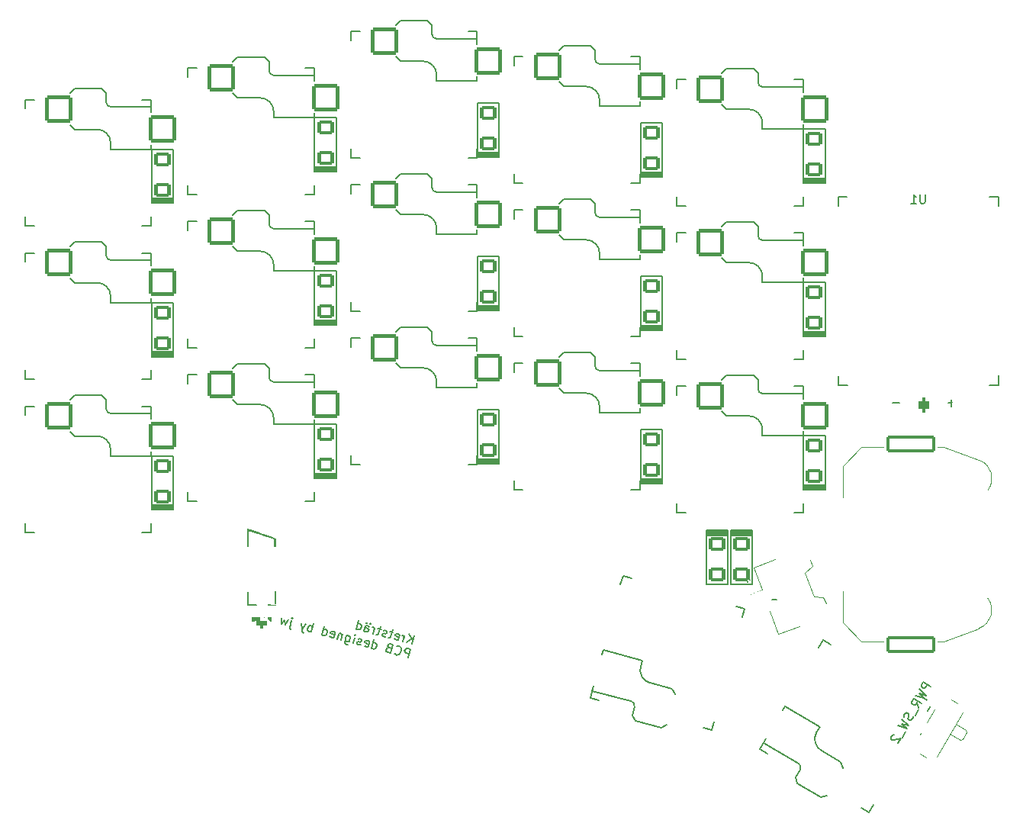
<source format=gbo>
G04 #@! TF.GenerationSoftware,KiCad,Pcbnew,(6.0.6-0)*
G04 #@! TF.CreationDate,2022-09-17T12:29:46+08:00*
G04 #@! TF.ProjectId,Kretstr_d,4b726574-7374-472e-9464-2e6b69636164,rev?*
G04 #@! TF.SameCoordinates,Original*
G04 #@! TF.FileFunction,Legend,Bot*
G04 #@! TF.FilePolarity,Positive*
%FSLAX46Y46*%
G04 Gerber Fmt 4.6, Leading zero omitted, Abs format (unit mm)*
G04 Created by KiCad (PCBNEW (6.0.6-0)) date 2022-09-17 12:29:46*
%MOMM*%
%LPD*%
G01*
G04 APERTURE LIST*
G04 Aperture macros list*
%AMRoundRect*
0 Rectangle with rounded corners*
0 $1 Rounding radius*
0 $2 $3 $4 $5 $6 $7 $8 $9 X,Y pos of 4 corners*
0 Add a 4 corners polygon primitive as box body*
4,1,4,$2,$3,$4,$5,$6,$7,$8,$9,$2,$3,0*
0 Add four circle primitives for the rounded corners*
1,1,$1+$1,$2,$3*
1,1,$1+$1,$4,$5*
1,1,$1+$1,$6,$7*
1,1,$1+$1,$8,$9*
0 Add four rect primitives between the rounded corners*
20,1,$1+$1,$2,$3,$4,$5,0*
20,1,$1+$1,$4,$5,$6,$7,0*
20,1,$1+$1,$6,$7,$8,$9,0*
20,1,$1+$1,$8,$9,$2,$3,0*%
%AMFreePoly0*
4,1,22,0.686777,0.580194,0.756366,0.524698,0.794986,0.444504,0.800000,0.400000,0.800000,0.200000,0.780194,0.113223,0.741421,0.058579,0.141421,-0.541421,0.066056,-0.588777,-0.022393,-0.598742,-0.106406,-0.569345,-0.141421,-0.541421,-0.741421,0.058579,-0.788777,0.133944,-0.800000,0.200000,-0.800000,0.400000,-0.780194,0.486777,-0.724698,0.556366,-0.644504,0.594986,-0.600000,0.600000,
0.600000,0.600000,0.686777,0.580194,0.686777,0.580194,$1*%
%AMFreePoly1*
4,1,26,0.706406,1.169345,0.769345,1.106406,0.798742,1.022393,0.800000,1.000000,0.800000,-0.250000,0.780194,-0.336777,0.724698,-0.406366,0.644504,-0.444986,0.600000,-0.450000,-0.600000,-0.450000,-0.686777,-0.430194,-0.756366,-0.374698,-0.794986,-0.294504,-0.800000,-0.250000,-0.800000,1.000000,-0.780194,1.086777,-0.724698,1.156366,-0.644504,1.194986,-0.555496,1.194986,-0.475302,1.156366,
-0.458579,1.141421,0.000000,0.682842,0.458579,1.141421,0.533944,1.188777,0.622393,1.198742,0.706406,1.169345,0.706406,1.169345,$1*%
%AMFreePoly2*
4,1,41,0.586777,0.930194,0.656366,0.874698,0.694986,0.794504,0.700000,0.750000,0.700000,-0.750000,0.680194,-0.836777,0.624698,-0.906366,0.544504,-0.944986,0.500000,-0.950000,0.000000,-0.950000,-0.023504,-0.944635,-0.083606,-0.943534,-0.139582,-0.934468,-0.274897,-0.892193,-0.326080,-0.867780,-0.444090,-0.789225,-0.486362,-0.751429,-0.577582,-0.642910,-0.607548,-0.594768,-0.664643,-0.465009,
-0.679893,-0.410393,-0.697476,-0.275933,-0.697084,-0.275882,-0.700000,-0.250000,-0.700000,0.250000,-0.697921,0.259109,-0.697582,0.286880,-0.675771,0.426957,-0.659192,0.481183,-0.598944,0.609508,-0.567811,0.656904,-0.473967,0.763162,-0.430783,0.799915,-0.310888,0.875563,-0.259125,0.898717,-0.122818,0.937674,-0.066635,0.945370,-0.042411,0.945222,0.000000,0.950000,0.500000,0.950000,
0.586777,0.930194,0.586777,0.930194,$1*%
%AMFreePoly3*
4,1,41,0.022678,0.944824,0.075125,0.944504,0.131210,0.936123,0.267031,0.895504,0.318507,0.871718,0.437469,0.794611,0.480202,0.757333,0.572740,0.649936,0.603290,0.602165,0.661967,0.473113,0.677883,0.418686,0.697980,0.278353,0.700000,0.250000,0.700000,-0.250000,0.699985,-0.252439,0.699836,-0.264655,0.697079,-0.295398,0.673559,-0.435199,0.656318,-0.489221,0.594506,-0.616800,
0.562797,-0.663810,0.467662,-0.768914,0.424032,-0.805137,0.303222,-0.879314,0.251181,-0.901834,0.114408,-0.939123,0.058135,-0.946132,0.037663,-0.945757,0.000000,-0.950000,-0.500000,-0.950000,-0.586777,-0.930194,-0.656366,-0.874698,-0.694986,-0.794504,-0.700000,-0.750000,-0.700000,0.750000,-0.680194,0.836777,-0.624698,0.906366,-0.544504,0.944986,-0.500000,0.950000,0.000000,0.950000,
0.022678,0.944824,0.022678,0.944824,$1*%
%AMFreePoly4*
4,1,321,0.216903,1.226394,0.286492,1.170898,0.325112,1.090704,0.330126,1.046200,0.330126,0.053880,0.332333,0.034041,0.330446,-0.641486,0.333256,-0.817120,0.341853,-0.991009,0.354077,-1.119625,0.362644,-1.162576,0.397195,-1.217295,0.480044,-1.321263,0.585726,-1.436349,0.661975,-1.511306,0.745305,-1.581782,0.780352,-1.600629,0.816227,-1.606237,0.855709,-1.608367,0.916305,-1.621245,
1.018029,-1.660105,1.092024,-1.709574,1.121528,-1.749879,1.172534,-1.841779,1.197479,-1.930252,1.204078,-2.083860,1.203745,-2.106820,1.191281,-2.279776,1.165288,-2.364904,1.129225,-2.403994,1.173666,-2.405392,1.223573,-2.405255,1.373672,-2.401395,1.448172,-2.392643,1.465324,-2.386622,1.490349,-2.367250,1.499144,-2.360816,1.558427,-2.319886,1.616268,-2.292409,1.736039,-2.257617,
1.795103,-2.249705,1.918049,-2.251717,1.998400,-2.270011,2.089018,-2.311721,2.159564,-2.365996,2.168233,-2.377282,2.179017,-2.392405,2.207229,-2.449366,2.233861,-2.535376,2.241991,-2.576456,2.252651,-2.693916,2.253382,-2.717931,2.251655,-2.776071,2.247065,-2.813135,2.225093,-2.912935,2.195462,-2.975696,2.212494,-2.958198,2.289490,-2.904783,2.362073,-2.873447,2.477989,-2.848910,
2.531369,-2.844932,2.650838,-2.852090,2.724742,-2.871102,2.812396,-2.912770,2.882265,-2.967914,2.907895,-3.009099,2.941835,-3.082118,2.959271,-3.144555,2.971968,-3.260006,2.972232,-3.301190,2.960919,-3.417757,2.944419,-3.480107,2.909095,-3.559070,2.855580,-3.630194,2.824642,-3.651681,2.776780,-3.678625,2.716103,-3.700809,2.613675,-3.720326,2.575255,-3.723859,2.458923,-3.723286,
2.420925,-3.719452,2.321391,-3.699672,2.242209,-3.664868,2.226679,-3.653495,2.249568,-3.708190,2.262483,-3.753325,2.275714,-3.834758,2.276340,-3.894786,2.255370,-4.043353,2.251016,-4.059844,2.261336,-4.057503,2.405029,-4.053550,2.423479,-4.053894,2.607272,-4.065820,2.692585,-4.091203,2.758435,-4.151089,2.791780,-4.233615,2.793805,-4.251024,2.806269,-4.423981,2.806736,-4.433904,
2.808688,-4.521554,2.803411,-4.571859,2.775606,-4.689911,2.736433,-4.769835,2.707599,-4.798835,2.630832,-4.861660,2.551134,-4.901291,2.531391,-4.905022,2.396634,-4.923538,2.367519,-4.925391,2.352493,-4.925249,2.321484,-4.922534,2.294547,-4.918042,2.345556,-4.977430,2.387072,-5.056163,2.391784,-5.079151,2.411668,-5.216808,2.413676,-5.249681,2.412978,-5.282286,2.408266,-5.321372,
2.380906,-5.444549,2.342754,-5.524966,2.315925,-5.552945,2.240017,-5.618098,2.161269,-5.659587,2.137440,-5.664410,2.001028,-5.683476,1.971455,-5.685392,1.956951,-5.685255,1.923948,-5.682197,1.791737,-5.658772,1.709746,-5.624130,1.687090,-5.605118,1.615161,-5.535067,1.566814,-5.460335,1.557616,-5.425814,1.535881,-5.299923,1.533999,-5.280958,1.533091,-5.277311,1.533100,-5.278990,
1.537976,-5.407924,1.546049,-5.464506,1.546949,-5.466700,1.560605,-5.481756,1.576426,-5.501596,1.634693,-5.585018,1.668563,-5.670193,1.688071,-5.801698,1.682547,-5.885969,1.643425,-6.022953,1.596826,-6.105026,1.561415,-6.142690,1.486564,-6.192720,1.387509,-6.230250,1.326898,-6.242961,1.205437,-6.249194,1.151442,-6.244614,1.082920,-6.229255,1.081676,-6.301771,1.060958,-6.387044,
1.004589,-6.500955,0.948350,-6.569945,0.933901,-6.580220,0.857650,-6.629504,0.787543,-6.657803,0.665751,-6.681668,0.584915,-6.680859,0.473708,-6.656748,0.415474,-6.628223,0.394933,-6.665026,0.359522,-6.702690,0.284671,-6.752720,0.185616,-6.790250,0.125005,-6.802961,0.003544,-6.809194,-0.050452,-6.804614,-0.162271,-6.779549,-0.243814,-6.740285,-0.268267,-6.720632,-0.316275,-6.752720,
-0.415330,-6.790250,-0.475941,-6.802961,-0.597402,-6.809194,-0.651397,-6.804614,-0.763217,-6.779549,-0.844763,-6.740284,-0.914891,-6.683922,-0.970122,-6.614122,-0.978575,-6.593515,-1.013000,-6.494172,-1.023868,-6.420766,-1.018162,-6.276806,-0.992477,-6.186396,-0.925104,-6.067069,-0.903724,-6.036331,-0.891370,-6.021708,-0.890072,-6.018941,-0.882527,-5.981614,-0.875398,-5.887739,-0.871719,-5.731182,
-0.870818,-5.503325,-0.870817,-5.503105,-0.869927,-5.326988,-0.869827,-5.321581,-0.862543,-5.094702,-0.861499,-5.079727,-0.853873,-5.008842,-0.260881,-5.008842,-0.250757,-5.118082,-0.182665,-5.265028,-0.032771,-5.461496,0.009168,-5.510153,0.014500,-5.516608,0.119025,-5.648672,0.127203,-5.659770,0.205250,-5.773710,0.219630,-5.798292,0.256978,-5.874043,0.259707,-5.879806,0.280044,-5.924602,
0.283266,-5.919104,0.302558,-5.891727,0.305210,-5.888563,0.317208,-5.858522,0.310755,-5.815816,0.250423,-5.704381,0.110971,-5.530277,0.036442,-5.444592,0.027944,-5.434129,-0.099383,-5.266107,-0.111658,-5.246753,0.652054,-5.246753,0.732842,-5.349046,0.752387,-5.378939,0.849803,-5.561724,0.882643,-5.509562,0.905761,-5.479570,0.917107,-5.467427,0.924826,-5.420679,0.930496,-5.304719,
0.931638,-5.161960,0.885617,-5.192720,0.786563,-5.230250,0.725952,-5.242961,0.652054,-5.246753,-0.111658,-5.246753,-0.117198,-5.238019,-0.195936,-5.087503,-0.212368,-5.044802,-0.239091,-4.941314,-0.260881,-5.008842,-0.853873,-5.008842,-0.842699,-4.904973,-0.837775,-4.877464,-0.810044,-4.767493,1.929029,-4.767493,1.940400,-4.777363,1.980580,-4.800139,2.016790,-4.806378,2.048565,-4.809884,
2.049055,-4.809988,2.034161,-4.797214,2.013963,-4.774566,2.013402,-4.774390,1.934563,-4.767567,1.929029,-4.767493,-0.810044,-4.767493,-0.802541,-4.737737,-0.789993,-4.702371,-0.733407,-4.580574,-0.717030,-4.551821,-0.634173,-4.430855,-0.622986,-4.416047,-0.508940,-4.278815,-0.506152,-4.275532,-0.504541,-4.273676,-0.406101,-4.155775,-0.327937,-4.054618,-0.302888,-4.017163,-0.302099,-4.013563,
-0.294032,-3.925579,-0.286465,-3.770786,-0.280305,-3.552504,-0.275624,-3.268476,-0.272373,-2.915350,-0.271993,-2.829729,0.332030,-2.829729,0.339270,-2.984437,0.352077,-3.112267,0.360925,-3.154360,0.378419,-3.181798,0.458433,-3.279847,0.578495,-3.414759,0.722334,-3.568543,0.876663,-3.727342,1.028514,-3.877809,1.164669,-4.006494,1.268831,-4.097556,1.310593,-4.127531,1.364957,-4.143570,
1.451146,-4.154833,1.444522,-4.147382,1.401669,-4.069368,1.396370,-4.045227,1.377902,-3.926443,1.353356,-3.888439,1.272875,-3.790853,1.139773,-3.645237,0.953129,-3.451558,0.710039,-3.206706,0.332030,-2.829729,-0.271993,-2.829729,-0.270486,-2.489955,-0.269874,-1.987786,-0.269874,1.046200,-0.250068,1.132977,-0.194572,1.202566,-0.114378,1.241186,-0.069874,1.246200,0.130126,1.246200,
0.216903,1.226394,0.216903,1.226394,$1*%
%AMFreePoly5*
4,1,284,0.206777,1.229994,0.276366,1.174498,0.314986,1.094304,0.320000,1.049800,0.320000,0.008200,0.319495,0.005987,0.319495,-1.866709,0.319486,-1.942235,0.319486,-1.942460,0.318928,-2.390763,0.318926,-2.391335,0.317383,-2.767014,0.317377,-2.767939,0.314675,-3.077389,0.314657,-3.078876,0.310622,-3.328489,0.310568,-3.330901,0.305029,-3.527071,0.304875,-3.531095,0.297657,-3.680215,
0.297195,-3.687212,0.288125,-3.795676,0.286622,-3.808584,0.275528,-3.882784,0.269972,-3.908365,0.256680,-3.954695,0.246330,-3.982691,0.240139,-3.996234,0.229057,-4.017117,0.167561,-4.118087,0.157692,-4.132784,0.062026,-4.262462,0.054482,-4.272060,-0.057455,-4.405866,-0.061018,-4.410009,-0.070961,-4.421255,-0.171727,-4.547476,-0.239381,-4.651469,-0.261423,-4.702807,-0.268448,-4.790209,
-0.275186,-4.947663,-0.279770,-5.144580,-0.281451,-5.361537,-0.281447,-5.385011,-0.280528,-5.604860,-0.277008,-5.754080,-0.270393,-5.838888,-0.268291,-5.848462,-0.224488,-5.894056,-0.171049,-5.977321,-0.142171,-6.051967,-0.122143,-6.170287,-0.120852,-6.228231,-0.135594,-6.347346,-0.162124,-6.424914,-0.212996,-6.510565,-0.274338,-6.575059,-0.308050,-6.593056,-0.393200,-6.628524,-0.459529,-6.643620,
-0.582275,-6.650118,-0.631318,-6.646663,-0.750780,-6.623247,-0.819367,-6.595916,-0.898997,-6.545453,-0.952252,-6.496101,-0.953444,-6.494503,-0.980620,-6.444550,-1.025271,-6.324319,-1.037078,-6.237909,-1.034554,-6.207929,-1.095319,-6.245365,-1.119612,-6.251953,-1.263243,-6.281341,-1.334401,-6.282972,-1.441733,-6.266095,-1.524379,-6.233050,-1.535526,-6.224760,-1.625648,-6.152737,-1.674999,-6.094737,
-1.708800,-6.034795,-1.731134,-5.973572,-1.756230,-5.840310,-1.751357,-5.746183,-1.721748,-5.646814,-1.786435,-5.670245,-1.797570,-5.671308,-1.925994,-5.679949,-2.017213,-5.664651,-2.152853,-5.607383,-2.223422,-5.557256,-2.286363,-5.487634,-2.329864,-5.409980,-2.331418,-5.403739,-1.483158,-5.403739,-1.355185,-5.371470,-1.321520,-5.365981,-1.296753,-5.364089,-1.271926,-5.355039,-1.217782,-5.314195,
-1.113600,-5.210504,-0.992406,-5.073003,-0.922095,-4.967193,-0.891919,-4.883182,-0.881172,-4.765871,-0.875626,-4.680694,-0.868608,-4.639640,-0.821297,-4.471082,-0.802138,-4.425469,-0.700510,-4.248647,-0.682044,-4.221835,-0.562810,-4.075770,-0.603069,-4.078811,-0.695126,-4.063965,-0.829973,-4.007718,-0.882942,-3.970059,-0.884544,-4.105830,-0.885000,-4.117175,-0.898888,-4.319380,-0.902711,-4.346893,
-0.935986,-4.504891,-0.949035,-4.545136,-1.009063,-4.679733,-1.028893,-4.714405,-1.123042,-4.846409,-1.137428,-4.864308,-1.273065,-5.014526,-1.276513,-5.018249,-1.287870,-5.030203,-1.395730,-5.154077,-1.436036,-5.218316,-1.445698,-5.259361,-1.451178,-5.311568,-1.471682,-5.381092,-1.483158,-5.403739,-2.331418,-5.403739,-2.333940,-5.393612,-2.360039,-5.266091,-2.360039,-5.185886,-2.330712,-5.042597,
-2.293908,-4.961554,-2.277054,-4.942143,-2.201589,-4.865752,-2.261402,-4.879975,-2.348652,-4.881156,-2.489497,-4.851669,-2.570374,-4.814501,-2.590504,-4.796763,-2.603049,-4.784116,-2.016632,-4.784116,-1.947691,-4.769658,-1.921784,-4.765974,-1.897997,-4.764168,-1.873069,-4.755114,-1.818842,-4.714263,-1.712136,-4.608103,-1.710532,-4.606403,-1.610735,-4.492472,-1.536348,-4.394540,-1.509620,-4.348678,
-1.496775,-4.253933,-1.486630,-4.104764,-1.484943,-4.030087,-1.521729,-4.066662,-1.663873,-4.210426,-1.771561,-4.327147,-1.827486,-4.398953,-1.841739,-4.426218,-1.846868,-4.455718,-1.849044,-4.466476,-1.880833,-4.604089,-1.919662,-4.684181,-1.933210,-4.699418,-2.016632,-4.784116,-2.603049,-4.784116,-2.677271,-4.709294,-2.724322,-4.633739,-2.731172,-4.608776,-2.760623,-4.465732,-2.760769,-4.385781,
-2.732270,-4.244767,-2.695666,-4.163633,-2.680108,-4.145462,-2.594432,-4.056733,-2.519907,-4.008065,-2.492843,-4.000178,-2.352971,-3.969921,-2.326052,-3.966766,-2.302642,-3.962427,-2.276550,-3.949146,-2.210815,-3.898611,-2.101881,-3.798679,-1.944546,-3.643570,-1.907850,-3.606778,-1.998585,-3.608266,-2.086362,-3.615506,-2.113472,-3.640814,-2.195993,-3.687200,-2.285285,-3.712217,-2.328694,-3.719355,
-2.443408,-3.725413,-2.478949,-3.724123,-2.588384,-3.710339,-2.648428,-3.692928,-2.721883,-3.658421,-2.794591,-3.600348,-2.808469,-3.582542,-2.842246,-3.517205,-2.871896,-3.418636,-2.880342,-3.357508,-2.878149,-3.232815,-2.869435,-3.177839,-2.834704,-3.064278,-2.812088,-3.015249,-2.804020,-3.002595,-2.744226,-2.942329,-2.663376,-2.889881,-2.579901,-2.859285,-2.464107,-2.844477,-2.401736,-2.846314,
-2.281469,-2.868955,-2.211215,-2.896693,-2.116941,-2.956591,-2.095419,-2.974395,-2.075455,-2.989291,-2.056639,-2.994995,-2.046633,-2.995905,-2.070904,-2.959695,-2.108494,-2.860796,-2.121279,-2.800020,-2.127521,-2.678750,-2.122913,-2.624593,-2.097809,-2.512950,-2.058380,-2.431296,-2.001929,-2.361278,-1.932045,-2.306154,-1.911531,-2.297769,-1.812031,-2.263398,-1.738834,-2.252593,-1.594647,-2.258290,
-1.504448,-2.283843,-1.384933,-2.351109,-1.358738,-2.368710,-1.337152,-2.385832,-1.317487,-2.393167,-1.240752,-2.402224,-1.085473,-2.405351,-1.078233,-2.405171,-1.107077,-2.378573,-1.139850,-2.295818,-1.141775,-2.278081,-1.154236,-2.081951,-1.154606,-2.072859,-1.156502,-1.967207,-1.150610,-1.915302,-1.126324,-1.817749,-1.086141,-1.738328,-1.046755,-1.702089,-0.979056,-1.654814,-0.896569,-1.621370,
-0.885058,-1.619844,-0.761116,-1.607067,-0.757791,-1.606753,-0.746558,-1.605784,-0.717431,-1.594755,-0.653274,-1.547006,-0.535915,-1.433821,-0.518656,-1.415993,-0.412859,-1.301079,-0.333107,-1.206107,-0.309940,-1.172922,-0.306469,-1.159606,-0.293711,-1.047354,-0.284313,-0.875423,-0.280824,-0.666620,-0.282712,0.034061,-0.280000,0.046093,-0.280000,1.049800,-0.260194,1.136577,-0.204698,1.206166,
-0.124504,1.244786,-0.080000,1.249800,0.120000,1.249800,0.206777,1.229994,0.206777,1.229994,$1*%
G04 Aperture macros list end*
%ADD10C,0.150000*%
%ADD11C,0.200000*%
%ADD12C,0.120000*%
%ADD13C,0.178000*%
%ADD14C,0.100000*%
%ADD15RoundRect,0.200000X0.700000X-0.600000X0.700000X0.600000X-0.700000X0.600000X-0.700000X-0.600000X0*%
%ADD16C,2.125000*%
%ADD17C,3.400000*%
%ADD18C,3.829000*%
%ADD19RoundRect,0.200000X1.300000X1.300000X-1.300000X1.300000X-1.300000X-1.300000X1.300000X-1.300000X0*%
%ADD20C,3.600000*%
%ADD21C,4.800000*%
%ADD22C,1.300000*%
%ADD23RoundRect,0.400000X0.200000X0.450000X-0.200000X0.450000X-0.200000X-0.450000X0.200000X-0.450000X0*%
%ADD24O,1.200000X1.700000*%
%ADD25RoundRect,0.200000X-1.775833X-0.475833X0.475833X-1.775833X1.775833X0.475833X-0.475833X1.775833X0*%
%ADD26RoundRect,0.200000X-0.700000X0.600000X-0.700000X-0.600000X0.700000X-0.600000X0.700000X0.600000X0*%
%ADD27C,2.000000*%
%ADD28FreePoly0,90.000000*%
%ADD29FreePoly0,270.000000*%
%ADD30FreePoly1,270.000000*%
%ADD31FreePoly1,90.000000*%
%ADD32RoundRect,0.200000X-1.592168X-0.919239X0.919239X-1.592168X1.592168X0.919239X-0.919239X1.592168X0*%
%ADD33FreePoly2,90.000000*%
%ADD34FreePoly3,90.000000*%
%ADD35RoundRect,0.200000X2.540000X-0.768600X2.540000X0.768600X-2.540000X0.768600X-2.540000X-0.768600X0*%
%ADD36C,16.400000*%
%ADD37RoundRect,0.400000X-0.773173X-0.068577X-0.636365X-0.444454X0.773173X0.068577X0.636365X0.444454X0*%
%ADD38RoundRect,0.450000X-1.475870X-0.111502X-1.202254X-0.863256X1.475870X0.111502X1.202254X0.863256X0*%
%ADD39RoundRect,0.269000X-1.131000X-0.017250X1.131000X-0.017250X1.131000X0.017250X-1.131000X0.017250X0*%
%ADD40FreePoly4,180.000000*%
%ADD41RoundRect,0.269000X-0.168500X-0.017250X0.168500X-0.017250X0.168500X0.017250X-0.168500X0.017250X0*%
%ADD42FreePoly5,180.000000*%
%ADD43RoundRect,0.269000X-0.566000X-0.017250X0.566000X-0.017250X0.566000X0.017250X-0.566000X0.017250X0*%
%ADD44RoundRect,0.200000X-0.096410X0.633013X-0.596410X-0.233013X0.096410X-0.633013X0.596410X0.233013X0*%
%ADD45RoundRect,0.200000X-0.474519X0.678109X-0.824519X0.071891X0.474519X-0.678109X0.824519X-0.071891X0*%
G04 APERTURE END LIST*
D10*
X163309824Y-112261076D02*
X163766967Y-112261076D01*
X163538395Y-112032505D02*
X163538395Y-112489648D01*
X126235171Y-119369472D02*
X126493990Y-118403546D01*
X125683213Y-119221575D02*
X126245078Y-118780540D01*
X125942032Y-118255649D02*
X126346093Y-118955503D01*
X125269245Y-119110652D02*
X125441791Y-118466702D01*
X125392492Y-118650688D02*
X125371145Y-118546370D01*
X125337473Y-118488049D01*
X125257805Y-118417403D01*
X125165812Y-118392754D01*
X124315644Y-118805837D02*
X124395312Y-118876483D01*
X124579298Y-118925782D01*
X124683615Y-118904435D01*
X124754261Y-118824766D01*
X124852859Y-118456795D01*
X124831512Y-118352477D01*
X124751844Y-118281831D01*
X124567858Y-118232532D01*
X124463540Y-118253879D01*
X124392894Y-118333548D01*
X124368245Y-118425540D01*
X124803560Y-118640781D01*
X124153890Y-118121610D02*
X123785918Y-118023012D01*
X124102173Y-117762660D02*
X123880328Y-118590597D01*
X123809683Y-118670265D01*
X123705365Y-118691612D01*
X123613372Y-118666963D01*
X123349718Y-118547018D02*
X123245400Y-118568365D01*
X123061414Y-118519066D01*
X122981746Y-118448420D01*
X122960399Y-118344103D01*
X122972724Y-118298106D01*
X123043370Y-118218438D01*
X123147687Y-118197091D01*
X123285677Y-118234065D01*
X123389994Y-118212718D01*
X123460640Y-118133050D01*
X123472965Y-118087053D01*
X123451618Y-117982736D01*
X123371950Y-117912090D01*
X123233960Y-117875116D01*
X123129643Y-117896463D01*
X122819992Y-117764193D02*
X122452020Y-117665595D01*
X122768276Y-117405244D02*
X122546431Y-118233180D01*
X122475785Y-118312848D01*
X122371467Y-118334195D01*
X122279474Y-118309546D01*
X121957499Y-118223273D02*
X122130045Y-117579322D01*
X122080746Y-117763308D02*
X122059399Y-117658991D01*
X122025727Y-117600669D01*
X121946059Y-117530023D01*
X121854066Y-117505374D01*
X120945577Y-117952129D02*
X121081149Y-117446168D01*
X121151795Y-117366500D01*
X121256112Y-117345153D01*
X121440098Y-117394452D01*
X121519766Y-117465097D01*
X120957901Y-117906133D02*
X121037570Y-117976779D01*
X121267552Y-118038402D01*
X121371870Y-118017055D01*
X121442516Y-117937387D01*
X121467165Y-117845394D01*
X121445818Y-117741076D01*
X121366150Y-117670430D01*
X121136167Y-117608807D01*
X121056499Y-117538161D01*
X121618364Y-117097126D02*
X121560043Y-117130797D01*
X121593715Y-117189119D01*
X121652036Y-117155447D01*
X121618364Y-117097126D01*
X121593715Y-117189119D01*
X121250392Y-116998528D02*
X121192071Y-117032200D01*
X121225743Y-117090521D01*
X121284064Y-117056849D01*
X121250392Y-116998528D01*
X121225743Y-117090521D01*
X120071644Y-117717960D02*
X120330463Y-116752034D01*
X120083969Y-117671963D02*
X120163637Y-117742609D01*
X120347623Y-117791908D01*
X120451940Y-117770561D01*
X120510262Y-117736889D01*
X120580907Y-117657221D01*
X120654856Y-117381242D01*
X120633509Y-117276924D01*
X120599837Y-117218603D01*
X120520169Y-117147957D01*
X120336183Y-117098658D01*
X120231865Y-117120005D01*
X125818472Y-120924613D02*
X126077291Y-119958687D01*
X125709319Y-119860089D01*
X125605001Y-119881436D01*
X125546680Y-119915108D01*
X125476034Y-119994776D01*
X125439060Y-120132765D01*
X125460407Y-120237083D01*
X125494079Y-120295404D01*
X125573747Y-120366050D01*
X125941719Y-120464648D01*
X124325238Y-120425904D02*
X124358909Y-120484225D01*
X124484574Y-120567196D01*
X124576567Y-120591845D01*
X124726881Y-120582823D01*
X124843523Y-120515479D01*
X124914169Y-120435811D01*
X125009465Y-120264150D01*
X125046439Y-120126161D01*
X125049741Y-119929850D01*
X125028394Y-119825532D01*
X124961051Y-119708890D01*
X124835386Y-119625919D01*
X124743393Y-119601270D01*
X124593079Y-119610292D01*
X124534758Y-119643964D01*
X123700217Y-119814740D02*
X123549902Y-119823763D01*
X123491581Y-119857434D01*
X123420935Y-119937103D01*
X123383961Y-120075092D01*
X123405308Y-120179410D01*
X123438980Y-120237731D01*
X123518648Y-120308377D01*
X123886620Y-120406974D01*
X124145439Y-119441049D01*
X123823464Y-119354776D01*
X123719146Y-119376123D01*
X123660825Y-119409794D01*
X123590179Y-119489463D01*
X123565530Y-119581456D01*
X123586877Y-119685773D01*
X123620548Y-119744094D01*
X123700217Y-119814740D01*
X124022192Y-119901013D01*
X121770782Y-119840037D02*
X122029601Y-118874112D01*
X121783107Y-119794041D02*
X121862775Y-119864687D01*
X122046761Y-119913986D01*
X122151079Y-119892639D01*
X122209400Y-119858967D01*
X122280046Y-119779299D01*
X122353994Y-119503320D01*
X122332647Y-119399002D01*
X122298975Y-119340681D01*
X122219307Y-119270035D01*
X122035321Y-119220736D01*
X121931004Y-119242083D01*
X120955171Y-119572196D02*
X121034839Y-119642842D01*
X121218825Y-119692141D01*
X121323142Y-119670794D01*
X121393788Y-119591126D01*
X121492386Y-119223154D01*
X121471039Y-119118836D01*
X121391371Y-119048190D01*
X121207385Y-118998891D01*
X121103067Y-119020238D01*
X121032421Y-119099907D01*
X121007772Y-119191900D01*
X121443087Y-119407140D01*
X120541202Y-119461274D02*
X120436885Y-119482621D01*
X120252899Y-119433322D01*
X120173231Y-119362676D01*
X120151884Y-119258358D01*
X120164208Y-119212362D01*
X120234854Y-119132694D01*
X120339172Y-119111347D01*
X120477161Y-119148321D01*
X120581479Y-119126974D01*
X120652125Y-119047305D01*
X120664450Y-119001309D01*
X120643103Y-118896991D01*
X120563434Y-118826345D01*
X120425445Y-118789371D01*
X120321127Y-118810718D01*
X119700941Y-119285425D02*
X119873487Y-118641475D01*
X119959760Y-118319499D02*
X119993432Y-118377821D01*
X119935111Y-118411492D01*
X119901439Y-118353171D01*
X119959760Y-118319499D01*
X119935111Y-118411492D01*
X118999554Y-118407305D02*
X118790034Y-119189245D01*
X118811381Y-119293563D01*
X118845053Y-119351884D01*
X118924721Y-119422530D01*
X119062711Y-119459504D01*
X119167028Y-119438157D01*
X118839333Y-119005259D02*
X118919001Y-119075905D01*
X119102987Y-119125204D01*
X119207305Y-119103857D01*
X119265626Y-119070185D01*
X119336272Y-118990517D01*
X119410220Y-118714538D01*
X119388873Y-118610220D01*
X119355202Y-118551899D01*
X119275533Y-118481253D01*
X119091547Y-118431954D01*
X118987230Y-118453302D01*
X118539590Y-118284058D02*
X118367044Y-118928008D01*
X118514940Y-118376051D02*
X118481269Y-118317730D01*
X118401600Y-118247084D01*
X118263611Y-118210110D01*
X118159293Y-118231457D01*
X118088647Y-118311125D01*
X117953076Y-118817086D01*
X117137464Y-118549245D02*
X117217132Y-118619891D01*
X117401118Y-118669189D01*
X117505436Y-118647842D01*
X117576082Y-118568174D01*
X117674679Y-118200202D01*
X117653332Y-118095885D01*
X117573664Y-118025239D01*
X117389678Y-117975940D01*
X117285360Y-117997287D01*
X117214715Y-118076955D01*
X117190065Y-118168948D01*
X117625380Y-118384188D01*
X116251206Y-118361071D02*
X116510025Y-117395146D01*
X116263531Y-118315075D02*
X116343199Y-118385721D01*
X116527185Y-118435020D01*
X116631503Y-118413673D01*
X116689824Y-118380001D01*
X116760470Y-118300333D01*
X116834418Y-118024354D01*
X116813071Y-117920036D01*
X116779399Y-117861715D01*
X116699731Y-117791069D01*
X116515745Y-117741770D01*
X116411428Y-117763117D01*
X115055298Y-118040629D02*
X115314117Y-117074703D01*
X115215519Y-117442675D02*
X115135851Y-117372029D01*
X114951865Y-117322730D01*
X114847548Y-117344077D01*
X114789226Y-117377749D01*
X114718581Y-117457417D01*
X114644632Y-117733396D01*
X114665979Y-117837713D01*
X114699651Y-117896035D01*
X114779319Y-117966681D01*
X114963305Y-118015979D01*
X115067623Y-117994632D01*
X114445904Y-117187158D02*
X114043376Y-117769485D01*
X113985939Y-117063911D02*
X114043376Y-117769485D01*
X114073745Y-118024117D01*
X114107417Y-118082438D01*
X114187085Y-118153084D01*
X112882024Y-116768118D02*
X112660179Y-117596054D01*
X112681526Y-117700372D01*
X112761195Y-117771018D01*
X112807191Y-117783342D01*
X112968297Y-116446142D02*
X113001969Y-116504464D01*
X112943648Y-116538135D01*
X112909976Y-116479814D01*
X112968297Y-116446142D01*
X112943648Y-116538135D01*
X112514053Y-116669520D02*
X112157521Y-117264172D01*
X112096782Y-116754908D01*
X111789549Y-117165574D01*
X111778109Y-116472325D01*
X180347741Y-92607186D02*
X179585836Y-92607186D01*
X186494541Y-92607186D02*
X185732636Y-92607186D01*
X186113589Y-92226234D02*
X186113589Y-92988138D01*
X166230824Y-114420076D02*
X166687967Y-114420076D01*
X183201955Y-69482861D02*
X183201955Y-70292385D01*
X183154336Y-70387623D01*
X183106717Y-70435242D01*
X183011479Y-70482861D01*
X182821003Y-70482861D01*
X182725765Y-70435242D01*
X182678146Y-70387623D01*
X182630527Y-70292385D01*
X182630527Y-69482861D01*
X181630527Y-70482861D02*
X182201955Y-70482861D01*
X181916241Y-70482861D02*
X181916241Y-69482861D01*
X182011479Y-69625719D01*
X182106717Y-69720957D01*
X182201955Y-69768576D01*
X183856467Y-124085083D02*
X182990441Y-123585083D01*
X182799965Y-123914997D01*
X182793585Y-124021285D01*
X182811015Y-124086334D01*
X182869684Y-124175193D01*
X182993402Y-124246621D01*
X183099690Y-124253001D01*
X183164739Y-124235571D01*
X183253597Y-124176902D01*
X183444074Y-123846988D01*
X182538060Y-124368630D02*
X183285038Y-125074826D01*
X182571210Y-124882640D01*
X183094562Y-125404741D01*
X182109489Y-125110937D01*
X182499324Y-126435723D02*
X182253597Y-125908953D01*
X182785038Y-125940852D02*
X181919013Y-125440852D01*
X181728537Y-125770766D01*
X181722157Y-125877054D01*
X181739587Y-125942103D01*
X181798256Y-126030961D01*
X181921974Y-126102390D01*
X182028262Y-126108770D01*
X182093311Y-126091340D01*
X182182169Y-126032671D01*
X182372645Y-125702756D01*
X182486564Y-126648299D02*
X182105612Y-127308128D01*
X181886656Y-127401657D02*
X181856467Y-127549184D01*
X181737419Y-127755381D01*
X181648561Y-127814050D01*
X181583512Y-127831480D01*
X181477224Y-127825100D01*
X181394745Y-127777481D01*
X181336076Y-127688623D01*
X181318646Y-127623574D01*
X181325026Y-127517286D01*
X181379025Y-127328519D01*
X181385405Y-127222231D01*
X181367975Y-127157182D01*
X181309306Y-127068324D01*
X181226827Y-127020705D01*
X181120539Y-127014325D01*
X181055490Y-127031755D01*
X180966632Y-127090424D01*
X180847584Y-127296620D01*
X180817395Y-127444148D01*
X180609489Y-127709013D02*
X181356467Y-128415210D01*
X180642639Y-128223024D01*
X181165991Y-128745124D01*
X180180917Y-128451321D01*
X181057993Y-129122658D02*
X180677041Y-129782487D01*
X179715777Y-129447444D02*
X179650728Y-129464874D01*
X179561870Y-129523543D01*
X179442822Y-129729739D01*
X179436443Y-129836027D01*
X179453872Y-129901076D01*
X179512541Y-129989935D01*
X179595020Y-130037554D01*
X179742547Y-130067743D01*
X180523133Y-129858585D01*
X180213610Y-130394696D01*
D11*
X172095790Y-79248681D02*
X169695790Y-79248681D01*
X169695790Y-79248681D02*
X169695790Y-85248681D01*
X169695790Y-85248681D02*
X172095790Y-85248681D01*
X172095790Y-85248681D02*
X172095790Y-79248681D01*
G36*
X172095790Y-85248681D02*
G01*
X169695790Y-85248681D01*
X169695790Y-84690281D01*
X172095790Y-84690281D01*
X172095790Y-85248681D01*
G37*
X172095790Y-85248681D02*
X169695790Y-85248681D01*
X169695790Y-84690281D01*
X172095790Y-84690281D01*
X172095790Y-85248681D01*
D10*
X101391390Y-103496681D02*
X101391390Y-102496681D01*
X110391390Y-89796681D02*
X110391390Y-88796681D01*
X106391390Y-88796681D02*
X106891390Y-88296681D01*
X115391390Y-90296681D02*
X110891390Y-90296681D01*
X114391390Y-89496681D02*
X115391390Y-89496681D01*
X106891390Y-92796681D02*
X109391390Y-92796681D01*
X109891390Y-88296681D02*
X110391390Y-88796681D01*
X115391390Y-102496681D02*
X115391390Y-103496681D01*
X106391390Y-92296681D02*
X106891390Y-92796681D01*
X102391390Y-103496681D02*
X101391390Y-103496681D01*
X106891390Y-88296681D02*
X109891390Y-88296681D01*
X115391390Y-103496681D02*
X114391390Y-103496681D01*
X101391390Y-89496681D02*
X102391390Y-89496681D01*
X115391390Y-94996681D02*
X115391390Y-94496681D01*
X110891390Y-94996681D02*
X115391390Y-94996681D01*
X101391390Y-90496681D02*
X101391390Y-89496681D01*
X115391390Y-90896681D02*
X115391390Y-90296681D01*
X115391390Y-89496681D02*
X115391390Y-90496681D01*
X110891390Y-94296681D02*
X110891390Y-94996681D01*
X110891390Y-94296681D02*
G75*
G03*
X109391390Y-92796681I-1500001J-1D01*
G01*
X110391390Y-89796681D02*
G75*
G03*
X110891390Y-90296681I500001J1D01*
G01*
D11*
X135926190Y-76368480D02*
X133526190Y-76368480D01*
X133526190Y-76368480D02*
X133526190Y-82368480D01*
X133526190Y-82368480D02*
X135926190Y-82368480D01*
X135926190Y-82368480D02*
X135926190Y-76368480D01*
G36*
X135926190Y-82368480D02*
G01*
X133526190Y-82368480D01*
X133526190Y-81810080D01*
X135926190Y-81810080D01*
X135926190Y-82368480D01*
G37*
X135926190Y-82368480D02*
X133526190Y-82368480D01*
X133526190Y-81810080D01*
X135926190Y-81810080D01*
X135926190Y-82368480D01*
X99756590Y-81529881D02*
X97356590Y-81529881D01*
X97356590Y-81529881D02*
X97356590Y-87529881D01*
X97356590Y-87529881D02*
X99756590Y-87529881D01*
X99756590Y-87529881D02*
X99756590Y-81529881D01*
G36*
X99756590Y-87529881D02*
G01*
X97356590Y-87529881D01*
X97356590Y-86971481D01*
X99756590Y-86971481D01*
X99756590Y-87529881D01*
G37*
X99756590Y-87529881D02*
X97356590Y-87529881D01*
X97356590Y-86971481D01*
X99756590Y-86971481D01*
X99756590Y-87529881D01*
D10*
X124476190Y-67708681D02*
X124976190Y-67208681D01*
X120476190Y-82408681D02*
X119476190Y-82408681D01*
X124976190Y-67208681D02*
X127976190Y-67208681D01*
X133476190Y-69808681D02*
X133476190Y-69208681D01*
X133476190Y-82408681D02*
X132476190Y-82408681D01*
X128476190Y-68708681D02*
X128476190Y-67708681D01*
X124476190Y-71208681D02*
X124976190Y-71708681D01*
X119476190Y-82408681D02*
X119476190Y-81408681D01*
X133476190Y-69208681D02*
X128976190Y-69208681D01*
X128976190Y-73908681D02*
X133476190Y-73908681D01*
X119476190Y-69408681D02*
X119476190Y-68408681D01*
X127976190Y-67208681D02*
X128476190Y-67708681D01*
X132476190Y-68408681D02*
X133476190Y-68408681D01*
X133476190Y-81408681D02*
X133476190Y-82408681D01*
X119476190Y-68408681D02*
X120476190Y-68408681D01*
X124976190Y-71708681D02*
X127476190Y-71708681D01*
X133476190Y-73908681D02*
X133476190Y-73408681D01*
X133476190Y-68408681D02*
X133476190Y-69408681D01*
X128976190Y-73208681D02*
X128976190Y-73908681D01*
X128476190Y-68708681D02*
G75*
G03*
X128976190Y-69208681I500001J1D01*
G01*
X128976190Y-73208681D02*
G75*
G03*
X127476190Y-71708681I-1500001J-1D01*
G01*
X102391390Y-86478681D02*
X101391390Y-86478681D01*
X115391390Y-73278681D02*
X110891390Y-73278681D01*
X106891390Y-71278681D02*
X109891390Y-71278681D01*
X114391390Y-72478681D02*
X115391390Y-72478681D01*
X115391390Y-77978681D02*
X115391390Y-77478681D01*
X101391390Y-73478681D02*
X101391390Y-72478681D01*
X115391390Y-72478681D02*
X115391390Y-73478681D01*
X110891390Y-77978681D02*
X115391390Y-77978681D01*
X115391390Y-85478681D02*
X115391390Y-86478681D01*
X110891390Y-77278681D02*
X110891390Y-77978681D01*
X106391390Y-71778681D02*
X106891390Y-71278681D01*
X110391390Y-72778681D02*
X110391390Y-71778681D01*
X106391390Y-75278681D02*
X106891390Y-75778681D01*
X109891390Y-71278681D02*
X110391390Y-71778681D01*
X115391390Y-86478681D02*
X114391390Y-86478681D01*
X101391390Y-86478681D02*
X101391390Y-85478681D01*
X106891390Y-75778681D02*
X109391390Y-75778681D01*
X115391390Y-73878681D02*
X115391390Y-73278681D01*
X101391390Y-72478681D02*
X102391390Y-72478681D01*
X110391390Y-72778681D02*
G75*
G03*
X110891390Y-73278681I500001J1D01*
G01*
X110891390Y-77278681D02*
G75*
G03*
X109391390Y-75778681I-1500001J-1D01*
G01*
X124976190Y-88726681D02*
X127476190Y-88726681D01*
X133476190Y-86226681D02*
X128976190Y-86226681D01*
X133476190Y-98426681D02*
X133476190Y-99426681D01*
X124476190Y-84726681D02*
X124976190Y-84226681D01*
X133476190Y-86826681D02*
X133476190Y-86226681D01*
X127976190Y-84226681D02*
X128476190Y-84726681D01*
X124976190Y-84226681D02*
X127976190Y-84226681D01*
X128476190Y-85726681D02*
X128476190Y-84726681D01*
X128976190Y-90926681D02*
X133476190Y-90926681D01*
X119476190Y-99426681D02*
X119476190Y-98426681D01*
X132476190Y-85426681D02*
X133476190Y-85426681D01*
X128976190Y-90226681D02*
X128976190Y-90926681D01*
X124476190Y-88226681D02*
X124976190Y-88726681D01*
X120476190Y-99426681D02*
X119476190Y-99426681D01*
X133476190Y-99426681D02*
X132476190Y-99426681D01*
X119476190Y-85426681D02*
X120476190Y-85426681D01*
X119476190Y-86426681D02*
X119476190Y-85426681D01*
X133476190Y-85426681D02*
X133476190Y-86426681D01*
X133476190Y-90926681D02*
X133476190Y-90426681D01*
X128976190Y-90226681D02*
G75*
G03*
X127476190Y-88726681I-1500001J-1D01*
G01*
X128476190Y-85726681D02*
G75*
G03*
X128976190Y-86226681I500001J1D01*
G01*
D11*
X117841390Y-94997081D02*
X115441390Y-94997081D01*
X115441390Y-94997081D02*
X115441390Y-100997081D01*
X115441390Y-100997081D02*
X117841390Y-100997081D01*
X117841390Y-100997081D02*
X117841390Y-94997081D01*
G36*
X117841390Y-100997081D02*
G01*
X115441390Y-100997081D01*
X115441390Y-100438681D01*
X117841390Y-100438681D01*
X117841390Y-100997081D01*
G37*
X117841390Y-100997081D02*
X115441390Y-100997081D01*
X115441390Y-100438681D01*
X117841390Y-100438681D01*
X117841390Y-100997081D01*
X117841390Y-77979081D02*
X115441390Y-77979081D01*
X115441390Y-77979081D02*
X115441390Y-83979081D01*
X115441390Y-83979081D02*
X117841390Y-83979081D01*
X117841390Y-83979081D02*
X117841390Y-77979081D01*
G36*
X117841390Y-83979081D02*
G01*
X115441390Y-83979081D01*
X115441390Y-83420681D01*
X117841390Y-83420681D01*
X117841390Y-83979081D01*
G37*
X117841390Y-83979081D02*
X115441390Y-83979081D01*
X115441390Y-83420681D01*
X117841390Y-83420681D01*
X117841390Y-83979081D01*
D10*
X110891390Y-60260681D02*
X110891390Y-60960681D01*
X115391390Y-60960681D02*
X115391390Y-60460681D01*
X115391390Y-69460681D02*
X114391390Y-69460681D01*
X114391390Y-55460681D02*
X115391390Y-55460681D01*
X101391390Y-55460681D02*
X102391390Y-55460681D01*
X106391390Y-58260681D02*
X106891390Y-58760681D01*
X110391390Y-55760681D02*
X110391390Y-54760681D01*
X115391390Y-56860681D02*
X115391390Y-56260681D01*
X106891390Y-54260681D02*
X109891390Y-54260681D01*
X106891390Y-58760681D02*
X109391390Y-58760681D01*
X106391390Y-54760681D02*
X106891390Y-54260681D01*
X109891390Y-54260681D02*
X110391390Y-54760681D01*
X115391390Y-56260681D02*
X110891390Y-56260681D01*
X101391390Y-56460681D02*
X101391390Y-55460681D01*
X115391390Y-55460681D02*
X115391390Y-56460681D01*
X102391390Y-69460681D02*
X101391390Y-69460681D01*
X101391390Y-69460681D02*
X101391390Y-68460681D01*
X110891390Y-60960681D02*
X115391390Y-60960681D01*
X115391390Y-68460681D02*
X115391390Y-69460681D01*
X110891390Y-60260681D02*
G75*
G03*
X109391390Y-58760681I-1500001J-1D01*
G01*
X110391390Y-55760681D02*
G75*
G03*
X110891390Y-56260681I500001J1D01*
G01*
D11*
X154010990Y-78577080D02*
X151610990Y-78577080D01*
X151610990Y-78577080D02*
X151610990Y-84577080D01*
X151610990Y-84577080D02*
X154010990Y-84577080D01*
X154010990Y-84577080D02*
X154010990Y-78577080D01*
G36*
X154010990Y-84577080D02*
G01*
X151610990Y-84577080D01*
X151610990Y-84018680D01*
X154010990Y-84018680D01*
X154010990Y-84577080D01*
G37*
X154010990Y-84577080D02*
X151610990Y-84577080D01*
X151610990Y-84018680D01*
X154010990Y-84018680D01*
X154010990Y-84577080D01*
D10*
X92806590Y-97796681D02*
X92806590Y-98496681D01*
X96306590Y-92996681D02*
X97306590Y-92996681D01*
X88306590Y-92296681D02*
X88806590Y-91796681D01*
X97306590Y-94396681D02*
X97306590Y-93796681D01*
X97306590Y-105996681D02*
X97306590Y-106996681D01*
X91806590Y-91796681D02*
X92306590Y-92296681D01*
X97306590Y-93796681D02*
X92806590Y-93796681D01*
X83306590Y-93996681D02*
X83306590Y-92996681D01*
X83306590Y-92996681D02*
X84306590Y-92996681D01*
X92806590Y-98496681D02*
X97306590Y-98496681D01*
X97306590Y-98496681D02*
X97306590Y-97996681D01*
X97306590Y-106996681D02*
X96306590Y-106996681D01*
X92306590Y-93296681D02*
X92306590Y-92296681D01*
X83306590Y-106996681D02*
X83306590Y-105996681D01*
X97306590Y-92996681D02*
X97306590Y-93996681D01*
X88806590Y-96296681D02*
X91306590Y-96296681D01*
X88306590Y-95796681D02*
X88806590Y-96296681D01*
X88806590Y-91796681D02*
X91806590Y-91796681D01*
X84306590Y-106996681D02*
X83306590Y-106996681D01*
X92806590Y-97796681D02*
G75*
G03*
X91306590Y-96296681I-1500001J-1D01*
G01*
X92306590Y-93296681D02*
G75*
G03*
X92806590Y-93796681I500001J1D01*
G01*
X142560990Y-53490481D02*
X143060990Y-52990481D01*
X137560990Y-55190481D02*
X137560990Y-54190481D01*
X150560990Y-54190481D02*
X151560990Y-54190481D01*
X143060990Y-57490481D02*
X145560990Y-57490481D01*
X137560990Y-54190481D02*
X138560990Y-54190481D01*
X151560990Y-68190481D02*
X150560990Y-68190481D01*
X137560990Y-68190481D02*
X137560990Y-67190481D01*
X146560990Y-54490481D02*
X146560990Y-53490481D01*
X143060990Y-52990481D02*
X146060990Y-52990481D01*
X138560990Y-68190481D02*
X137560990Y-68190481D01*
X151560990Y-54190481D02*
X151560990Y-55190481D01*
X147060990Y-59690481D02*
X151560990Y-59690481D01*
X151560990Y-54990481D02*
X147060990Y-54990481D01*
X151560990Y-55590481D02*
X151560990Y-54990481D01*
X146060990Y-52990481D02*
X146560990Y-53490481D01*
X151560990Y-59690481D02*
X151560990Y-59190481D01*
X147060990Y-58990481D02*
X147060990Y-59690481D01*
X142560990Y-56990481D02*
X143060990Y-57490481D01*
X151560990Y-67190481D02*
X151560990Y-68190481D01*
X146560990Y-54490481D02*
G75*
G03*
X147060990Y-54990481I500001J1D01*
G01*
X147060990Y-58990481D02*
G75*
G03*
X145560990Y-57490481I-1500001J-1D01*
G01*
D11*
X172095851Y-62230680D02*
X169695851Y-62230680D01*
X169695851Y-62230680D02*
X169695851Y-68230680D01*
X169695851Y-68230680D02*
X172095851Y-68230680D01*
X172095851Y-68230680D02*
X172095851Y-62230680D01*
G36*
X172095851Y-68230680D02*
G01*
X169695851Y-68230680D01*
X169695851Y-67672280D01*
X172095851Y-67672280D01*
X172095851Y-68230680D01*
G37*
X172095851Y-68230680D02*
X169695851Y-68230680D01*
X169695851Y-67672280D01*
X172095851Y-67672280D01*
X172095851Y-68230680D01*
D10*
X171503787Y-128565918D02*
X167606673Y-126315918D01*
X173867889Y-132471174D02*
X171702826Y-131221174D01*
X165722699Y-131579058D02*
X164856673Y-131079058D01*
X171856673Y-118954702D02*
X172722699Y-119454702D01*
X169336800Y-133319250D02*
X168836800Y-134185276D01*
X167606673Y-126315918D02*
X167356673Y-126748931D01*
X183115003Y-125454702D02*
X183981029Y-125954702D01*
X165556673Y-129866622D02*
X165256673Y-130386238D01*
X165256673Y-130386238D02*
X169153787Y-132636238D01*
X169019813Y-134868288D02*
X168836800Y-134185276D01*
X171617889Y-136368288D02*
X169019813Y-134868288D01*
X176981029Y-138079058D02*
X176115003Y-137579058D01*
X172300902Y-136185276D02*
X171617889Y-136368288D01*
X171153787Y-129172136D02*
X171503787Y-128565918D01*
X171356673Y-119820728D02*
X171856673Y-118954702D01*
X183981029Y-125954702D02*
X183481029Y-126820728D01*
X164856673Y-131079058D02*
X165356673Y-130213032D01*
X177481029Y-137213032D02*
X176981029Y-138079058D01*
X174050902Y-133154187D02*
X173867889Y-132471174D01*
X171153788Y-129172137D02*
G75*
G03*
X171702826Y-131221174I1299039J-749999D01*
G01*
X169336800Y-133319250D02*
G75*
G03*
X169153787Y-132636238I-433014J249999D01*
G01*
D11*
X158918651Y-112749080D02*
X161318651Y-112749080D01*
X161318651Y-112749080D02*
X161318651Y-106749080D01*
X161318651Y-106749080D02*
X158918651Y-106749080D01*
X158918651Y-106749080D02*
X158918651Y-112749080D01*
G36*
X161318651Y-107307480D02*
G01*
X158918651Y-107307480D01*
X158918651Y-106749080D01*
X161318651Y-106749080D01*
X161318651Y-107307480D01*
G37*
X161318651Y-107307480D02*
X158918651Y-107307480D01*
X158918651Y-106749080D01*
X161318651Y-106749080D01*
X161318651Y-107307480D01*
D10*
X119476190Y-51390681D02*
X120476190Y-51390681D01*
X119476190Y-52390681D02*
X119476190Y-51390681D01*
X124976190Y-54690681D02*
X127476190Y-54690681D01*
X124476190Y-54190681D02*
X124976190Y-54690681D01*
X119476190Y-65390681D02*
X119476190Y-64390681D01*
X120476190Y-65390681D02*
X119476190Y-65390681D01*
X127976190Y-50190681D02*
X128476190Y-50690681D01*
X133476190Y-65390681D02*
X132476190Y-65390681D01*
X128976190Y-56890681D02*
X133476190Y-56890681D01*
X132476190Y-51390681D02*
X133476190Y-51390681D01*
X133476190Y-64390681D02*
X133476190Y-65390681D01*
X133476190Y-56890681D02*
X133476190Y-56390681D01*
X124476190Y-50690681D02*
X124976190Y-50190681D01*
X133476190Y-52190681D02*
X128976190Y-52190681D01*
X124976190Y-50190681D02*
X127976190Y-50190681D01*
X128476190Y-51690681D02*
X128476190Y-50690681D01*
X128976190Y-56190681D02*
X128976190Y-56890681D01*
X133476190Y-51390681D02*
X133476190Y-52390681D01*
X133476190Y-52790681D02*
X133476190Y-52190681D01*
X128976190Y-56190681D02*
G75*
G03*
X127476190Y-54690681I-1500001J-1D01*
G01*
X128476190Y-51690681D02*
G75*
G03*
X128976190Y-52190681I500001J1D01*
G01*
D11*
X161611051Y-112749080D02*
X164011051Y-112749080D01*
X164011051Y-112749080D02*
X164011051Y-106749080D01*
X164011051Y-106749080D02*
X161611051Y-106749080D01*
X161611051Y-106749080D02*
X161611051Y-112749080D01*
G36*
X164011051Y-107307480D02*
G01*
X161611051Y-107307480D01*
X161611051Y-106749080D01*
X164011051Y-106749080D01*
X164011051Y-107307480D01*
G37*
X164011051Y-107307480D02*
X161611051Y-107307480D01*
X161611051Y-106749080D01*
X164011051Y-106749080D01*
X164011051Y-107307480D01*
X99756590Y-98497081D02*
X97356590Y-98497081D01*
X97356590Y-98497081D02*
X97356590Y-104497081D01*
X97356590Y-104497081D02*
X99756590Y-104497081D01*
X99756590Y-104497081D02*
X99756590Y-98497081D01*
G36*
X99756590Y-104497081D02*
G01*
X97356590Y-104497081D01*
X97356590Y-103938681D01*
X99756590Y-103938681D01*
X99756590Y-104497081D01*
G37*
X99756590Y-104497081D02*
X97356590Y-104497081D01*
X97356590Y-103938681D01*
X99756590Y-103938681D01*
X99756590Y-104497081D01*
D10*
X142560990Y-91026681D02*
X143060990Y-91526681D01*
X151560990Y-101226681D02*
X151560990Y-102226681D01*
X137560990Y-89226681D02*
X137560990Y-88226681D01*
X138560990Y-102226681D02*
X137560990Y-102226681D01*
X143060990Y-87026681D02*
X146060990Y-87026681D01*
X151560990Y-93726681D02*
X151560990Y-93226681D01*
X150560990Y-88226681D02*
X151560990Y-88226681D01*
X151560990Y-88226681D02*
X151560990Y-89226681D01*
X146060990Y-87026681D02*
X146560990Y-87526681D01*
X151560990Y-89626681D02*
X151560990Y-89026681D01*
X137560990Y-88226681D02*
X138560990Y-88226681D01*
X137560990Y-102226681D02*
X137560990Y-101226681D01*
X146560990Y-88526681D02*
X146560990Y-87526681D01*
X151560990Y-89026681D02*
X147060990Y-89026681D01*
X142560990Y-87526681D02*
X143060990Y-87026681D01*
X147060990Y-93726681D02*
X151560990Y-93726681D01*
X147060990Y-93026681D02*
X147060990Y-93726681D01*
X151560990Y-102226681D02*
X150560990Y-102226681D01*
X143060990Y-91526681D02*
X145560990Y-91526681D01*
X146560990Y-88526681D02*
G75*
G03*
X147060990Y-89026681I500001J1D01*
G01*
X147060990Y-93026681D02*
G75*
G03*
X145560990Y-91526681I-1500001J-1D01*
G01*
X146560990Y-71508681D02*
X146560990Y-70508681D01*
X151560990Y-71208681D02*
X151560990Y-72208681D01*
X147060990Y-76708681D02*
X151560990Y-76708681D01*
X151560990Y-72008681D02*
X147060990Y-72008681D01*
X151560990Y-72608681D02*
X151560990Y-72008681D01*
X151560990Y-76708681D02*
X151560990Y-76208681D01*
X137560990Y-72208681D02*
X137560990Y-71208681D01*
X137560990Y-71208681D02*
X138560990Y-71208681D01*
X143060990Y-74508681D02*
X145560990Y-74508681D01*
X143060990Y-70008681D02*
X146060990Y-70008681D01*
X137560990Y-85208681D02*
X137560990Y-84208681D01*
X146060990Y-70008681D02*
X146560990Y-70508681D01*
X147060990Y-76008681D02*
X147060990Y-76708681D01*
X151560990Y-84208681D02*
X151560990Y-85208681D01*
X142560990Y-74008681D02*
X143060990Y-74508681D01*
X150560990Y-71208681D02*
X151560990Y-71208681D01*
X142560990Y-70508681D02*
X143060990Y-70008681D01*
X138560990Y-85208681D02*
X137560990Y-85208681D01*
X151560990Y-85208681D02*
X150560990Y-85208681D01*
X146560990Y-71508681D02*
G75*
G03*
X147060990Y-72008681I500001J1D01*
G01*
X147060990Y-76008681D02*
G75*
G03*
X145560990Y-74508681I-1500001J-1D01*
G01*
D11*
X117841390Y-60961081D02*
X115441390Y-60961081D01*
X115441390Y-60961081D02*
X115441390Y-66961081D01*
X115441390Y-66961081D02*
X117841390Y-66961081D01*
X117841390Y-66961081D02*
X117841390Y-60961081D01*
G36*
X117841390Y-66961081D02*
G01*
X115441390Y-66961081D01*
X115441390Y-66402681D01*
X117841390Y-66402681D01*
X117841390Y-66961081D01*
G37*
X117841390Y-66961081D02*
X115441390Y-66961081D01*
X115441390Y-66402681D01*
X117841390Y-66402681D01*
X117841390Y-66961081D01*
D10*
X92806590Y-81478681D02*
X97306590Y-81478681D01*
X97306590Y-81478681D02*
X97306590Y-80978681D01*
X91806590Y-74778681D02*
X92306590Y-75278681D01*
X97306590Y-75978681D02*
X97306590Y-76978681D01*
X83306590Y-76978681D02*
X83306590Y-75978681D01*
X88806590Y-74778681D02*
X91806590Y-74778681D01*
X97306590Y-88978681D02*
X97306590Y-89978681D01*
X88306590Y-78778681D02*
X88806590Y-79278681D01*
X88806590Y-79278681D02*
X91306590Y-79278681D01*
X83306590Y-75978681D02*
X84306590Y-75978681D01*
X97306590Y-89978681D02*
X96306590Y-89978681D01*
X88306590Y-75278681D02*
X88806590Y-74778681D01*
X92806590Y-80778681D02*
X92806590Y-81478681D01*
X84306590Y-89978681D02*
X83306590Y-89978681D01*
X96306590Y-75978681D02*
X97306590Y-75978681D01*
X83306590Y-89978681D02*
X83306590Y-88978681D01*
X92306590Y-76278681D02*
X92306590Y-75278681D01*
X97306590Y-76778681D02*
X92806590Y-76778681D01*
X97306590Y-77378681D02*
X97306590Y-76778681D01*
X92306590Y-76278681D02*
G75*
G03*
X92806590Y-76778681I500001J1D01*
G01*
X92806590Y-80778681D02*
G75*
G03*
X91306590Y-79278681I-1500001J-1D01*
G01*
D11*
X135926190Y-93386480D02*
X133526190Y-93386480D01*
X133526190Y-93386480D02*
X133526190Y-99386480D01*
X133526190Y-99386480D02*
X135926190Y-99386480D01*
X135926190Y-99386480D02*
X135926190Y-93386480D01*
G36*
X135926190Y-99386480D02*
G01*
X133526190Y-99386480D01*
X133526190Y-98828080D01*
X135926190Y-98828080D01*
X135926190Y-99386480D01*
G37*
X135926190Y-99386480D02*
X133526190Y-99386480D01*
X133526190Y-98828080D01*
X135926190Y-98828080D01*
X135926190Y-99386480D01*
D10*
X83306590Y-58960681D02*
X84306590Y-58960681D01*
X96306590Y-58960681D02*
X97306590Y-58960681D01*
X97306590Y-58960681D02*
X97306590Y-59960681D01*
X88306590Y-58260681D02*
X88806590Y-57760681D01*
X97306590Y-59760681D02*
X92806590Y-59760681D01*
X88306590Y-61760681D02*
X88806590Y-62260681D01*
X97306590Y-71960681D02*
X97306590Y-72960681D01*
X84306590Y-72960681D02*
X83306590Y-72960681D01*
X97306590Y-72960681D02*
X96306590Y-72960681D01*
X97306590Y-60360681D02*
X97306590Y-59760681D01*
X83306590Y-59960681D02*
X83306590Y-58960681D01*
X92806590Y-63760681D02*
X92806590Y-64460681D01*
X88806590Y-57760681D02*
X91806590Y-57760681D01*
X92806590Y-64460681D02*
X97306590Y-64460681D01*
X88806590Y-62260681D02*
X91306590Y-62260681D01*
X92306590Y-59260681D02*
X92306590Y-58260681D01*
X97306590Y-64460681D02*
X97306590Y-63960681D01*
X83306590Y-72960681D02*
X83306590Y-71960681D01*
X91806590Y-57760681D02*
X92306590Y-58260681D01*
X92306590Y-59260681D02*
G75*
G03*
X92806590Y-59760681I500001J1D01*
G01*
X92806590Y-63760681D02*
G75*
G03*
X91306590Y-62260681I-1500001J-1D01*
G01*
D11*
X135926190Y-59350480D02*
X133526190Y-59350480D01*
X133526190Y-59350480D02*
X133526190Y-65350480D01*
X133526190Y-65350480D02*
X135926190Y-65350480D01*
X135926190Y-65350480D02*
X135926190Y-59350480D01*
G36*
X135926190Y-65350480D02*
G01*
X133526190Y-65350480D01*
X133526190Y-64792080D01*
X135926190Y-64792080D01*
X135926190Y-65350480D01*
G37*
X135926190Y-65350480D02*
X133526190Y-65350480D01*
X133526190Y-64792080D01*
X135926190Y-64792080D01*
X135926190Y-65350480D01*
D10*
X169645790Y-103766281D02*
X169645790Y-104766281D01*
X155645790Y-91766281D02*
X155645790Y-90766281D01*
X169645790Y-90766281D02*
X169645790Y-91766281D01*
X155645790Y-104766281D02*
X155645790Y-103766281D01*
X164145790Y-89566281D02*
X164645790Y-90066281D01*
X161145790Y-89566281D02*
X164145790Y-89566281D01*
X165145790Y-96266281D02*
X169645790Y-96266281D01*
X160645790Y-93566281D02*
X161145790Y-94066281D01*
X169645790Y-92166281D02*
X169645790Y-91566281D01*
X161145790Y-94066281D02*
X163645790Y-94066281D01*
X155645790Y-90766281D02*
X156645790Y-90766281D01*
X169645790Y-96266281D02*
X169645790Y-95766281D01*
X156645790Y-104766281D02*
X155645790Y-104766281D01*
X164645790Y-91066281D02*
X164645790Y-90066281D01*
X165145790Y-95566281D02*
X165145790Y-96266281D01*
X160645790Y-90066281D02*
X161145790Y-89566281D01*
X168645790Y-90766281D02*
X169645790Y-90766281D01*
X169645790Y-91566281D02*
X165145790Y-91566281D01*
X169645790Y-104766281D02*
X168645790Y-104766281D01*
X165145790Y-95566281D02*
G75*
G03*
X163645790Y-94066281I-1500001J-1D01*
G01*
X164645790Y-91066281D02*
G75*
G03*
X165145790Y-91566281I500001J1D01*
G01*
X191340051Y-69759481D02*
X190340051Y-69759481D01*
X191340051Y-90647681D02*
X190340051Y-90647681D01*
X173540051Y-89647681D02*
X173540051Y-90647681D01*
X191340051Y-89597681D02*
X191340051Y-90647681D01*
X191340051Y-69759481D02*
X191340051Y-70759481D01*
X173540051Y-69759481D02*
X174490051Y-69759481D01*
X173540051Y-69759481D02*
X173540051Y-70759481D01*
X173540051Y-90647681D02*
X174550051Y-90647681D01*
X155098109Y-124351034D02*
X152683295Y-123703987D01*
X146240692Y-124565887D02*
X150587358Y-125730573D01*
X154545796Y-128344147D02*
X153933424Y-128697700D01*
X149398284Y-112781592D02*
X149657104Y-111815666D01*
X151622635Y-121866869D02*
X151803808Y-121190721D01*
X146033637Y-125338627D02*
X146292456Y-124372702D01*
X147457142Y-120026035D02*
X147327732Y-120508998D01*
X162214139Y-115180313D02*
X163180065Y-115439133D01*
X146395984Y-123986331D02*
X146240692Y-124565887D01*
X146999563Y-125597447D02*
X146033637Y-125338627D01*
X155451663Y-124963407D02*
X155098109Y-124351034D01*
X159815418Y-127996168D02*
X159556598Y-128962094D01*
X163180065Y-115439133D02*
X162921246Y-116405058D01*
X151035646Y-127921243D02*
X150682093Y-127308871D01*
X151803808Y-121190721D02*
X147457142Y-120026035D01*
X159556598Y-128962094D02*
X158590673Y-128703275D01*
X150940912Y-126342945D02*
X150682093Y-127308871D01*
X153933424Y-128697700D02*
X151035646Y-127921243D01*
X149657104Y-111815666D02*
X150623029Y-112074485D01*
X150940911Y-126342945D02*
G75*
G03*
X150587358Y-125730573I-482963J129409D01*
G01*
X151622634Y-121866869D02*
G75*
G03*
X152683295Y-123703987I1448890J-388228D01*
G01*
D11*
X154010990Y-61558880D02*
X151610990Y-61558880D01*
X151610990Y-61558880D02*
X151610990Y-67558880D01*
X151610990Y-67558880D02*
X154010990Y-67558880D01*
X154010990Y-67558880D02*
X154010990Y-61558880D01*
G36*
X154010990Y-67558880D02*
G01*
X151610990Y-67558880D01*
X151610990Y-67000480D01*
X154010990Y-67000480D01*
X154010990Y-67558880D01*
G37*
X154010990Y-67558880D02*
X151610990Y-67558880D01*
X151610990Y-67000480D01*
X154010990Y-67000480D01*
X154010990Y-67558880D01*
X154010990Y-95595080D02*
X151610990Y-95595080D01*
X151610990Y-95595080D02*
X151610990Y-101595080D01*
X151610990Y-101595080D02*
X154010990Y-101595080D01*
X154010990Y-101595080D02*
X154010990Y-95595080D01*
G36*
X154010990Y-101595080D02*
G01*
X151610990Y-101595080D01*
X151610990Y-101036680D01*
X154010990Y-101036680D01*
X154010990Y-101595080D01*
G37*
X154010990Y-101595080D02*
X151610990Y-101595080D01*
X151610990Y-101036680D01*
X154010990Y-101036680D01*
X154010990Y-101595080D01*
X172095790Y-96266681D02*
X169695790Y-96266681D01*
X169695790Y-96266681D02*
X169695790Y-102266681D01*
X169695790Y-102266681D02*
X172095790Y-102266681D01*
X172095790Y-102266681D02*
X172095790Y-96266681D01*
G36*
X172095790Y-102266681D02*
G01*
X169695790Y-102266681D01*
X169695790Y-101708281D01*
X172095790Y-101708281D01*
X172095790Y-102266681D01*
G37*
X172095790Y-102266681D02*
X169695790Y-102266681D01*
X169695790Y-101708281D01*
X172095790Y-101708281D01*
X172095790Y-102266681D01*
X99756590Y-64461081D02*
X97356590Y-64461081D01*
X97356590Y-64461081D02*
X97356590Y-70461081D01*
X97356590Y-70461081D02*
X99756590Y-70461081D01*
X99756590Y-70461081D02*
X99756590Y-64461081D01*
G36*
X99756590Y-70461081D02*
G01*
X97356590Y-70461081D01*
X97356590Y-69902681D01*
X99756590Y-69902681D01*
X99756590Y-70461081D01*
G37*
X99756590Y-70461081D02*
X97356590Y-70461081D01*
X97356590Y-69902681D01*
X99756590Y-69902681D01*
X99756590Y-70461081D01*
D12*
X174071190Y-116998880D02*
X176151190Y-119078880D01*
X185241190Y-97518880D02*
X189191190Y-98958880D01*
X174071190Y-99598880D02*
X176151190Y-97518880D01*
X174071190Y-103098880D02*
X174071190Y-99598880D01*
X176151190Y-119078880D02*
X178611190Y-119078880D01*
X185241190Y-119078880D02*
X189191190Y-117638880D01*
X184611190Y-119078880D02*
X185241190Y-119078880D01*
X174071190Y-116998880D02*
X174071190Y-113498880D01*
X184611190Y-97518880D02*
X185241190Y-97518880D01*
X176151190Y-97518880D02*
X178611190Y-97518880D01*
X190177720Y-102295526D02*
G75*
G03*
X189191190Y-98958880I-1716530J1306646D01*
G01*
X189199359Y-117624123D02*
G75*
G03*
X190161190Y-114298880I-738168J2015243D01*
G01*
D10*
X169645790Y-69730281D02*
X169645790Y-70730281D01*
X160645790Y-56030281D02*
X161145790Y-55530281D01*
X155645790Y-56730281D02*
X156645790Y-56730281D01*
X169645790Y-58130281D02*
X169645790Y-57530281D01*
X165145790Y-61530281D02*
X165145790Y-62230281D01*
X155645790Y-57730281D02*
X155645790Y-56730281D01*
X165145790Y-62230281D02*
X169645790Y-62230281D01*
X169645790Y-62230281D02*
X169645790Y-61730281D01*
X160645790Y-59530281D02*
X161145790Y-60030281D01*
X169645790Y-57530281D02*
X165145790Y-57530281D01*
X168645790Y-56730281D02*
X169645790Y-56730281D01*
X161145790Y-60030281D02*
X163645790Y-60030281D01*
X164145790Y-55530281D02*
X164645790Y-56030281D01*
X164645790Y-57030281D02*
X164645790Y-56030281D01*
X169645790Y-56730281D02*
X169645790Y-57730281D01*
X155645790Y-70730281D02*
X155645790Y-69730281D01*
X161145790Y-55530281D02*
X164145790Y-55530281D01*
X156645790Y-70730281D02*
X155645790Y-70730281D01*
X169645790Y-70730281D02*
X168645790Y-70730281D01*
X165145790Y-61530281D02*
G75*
G03*
X163645790Y-60030281I-1500001J-1D01*
G01*
X164645790Y-57030281D02*
G75*
G03*
X165145790Y-57530281I500001J1D01*
G01*
X165145790Y-79248281D02*
X169645790Y-79248281D01*
X169645790Y-74548281D02*
X165145790Y-74548281D01*
X169645790Y-73748281D02*
X169645790Y-74748281D01*
X169645790Y-79248281D02*
X169645790Y-78748281D01*
X155645790Y-73748281D02*
X156645790Y-73748281D01*
X161145790Y-72548281D02*
X164145790Y-72548281D01*
X164645790Y-74048281D02*
X164645790Y-73048281D01*
X155645790Y-87748281D02*
X155645790Y-86748281D01*
X168645790Y-73748281D02*
X169645790Y-73748281D01*
X169645790Y-87748281D02*
X168645790Y-87748281D01*
X164145790Y-72548281D02*
X164645790Y-73048281D01*
X160645790Y-73048281D02*
X161145790Y-72548281D01*
X156645790Y-87748281D02*
X155645790Y-87748281D01*
X169645790Y-75148281D02*
X169645790Y-74548281D01*
X155645790Y-74748281D02*
X155645790Y-73748281D01*
X161145790Y-77048281D02*
X163645790Y-77048281D01*
X160645790Y-76548281D02*
X161145790Y-77048281D01*
X169645790Y-86748281D02*
X169645790Y-87748281D01*
X165145790Y-78548281D02*
X165145790Y-79248281D01*
X164645790Y-74048281D02*
G75*
G03*
X165145790Y-74548281I500001J1D01*
G01*
X165145790Y-78548281D02*
G75*
G03*
X163645790Y-77048281I-1500001J-1D01*
G01*
D12*
X170846549Y-114126935D02*
X171923050Y-114160792D01*
X166897214Y-118246104D02*
X165990860Y-115755919D01*
X169878632Y-111467605D02*
X170846549Y-114126935D01*
X169246445Y-117391054D02*
X166897214Y-118246104D01*
X171923050Y-114160792D02*
X172179565Y-114865562D01*
X164205515Y-110850723D02*
X165111869Y-113340909D01*
X165111869Y-113340909D02*
X163805696Y-113816317D01*
X170681517Y-110749708D02*
X169878632Y-111467605D01*
X170425002Y-110044939D02*
X170681517Y-110749708D01*
X166554747Y-109995673D02*
X164205515Y-110850723D01*
D13*
X108042851Y-113607080D02*
X108042851Y-115029480D01*
X111065451Y-115029480D02*
X110187451Y-115029880D01*
X111065451Y-113556280D02*
X111065451Y-115029480D01*
X108042851Y-115029480D02*
X108937451Y-115029480D01*
G36*
X108065290Y-106568227D02*
G01*
X108112063Y-106585311D01*
X108227971Y-106626597D01*
X108400166Y-106687464D01*
X108618247Y-106764268D01*
X108871814Y-106853368D01*
X109150467Y-106951119D01*
X109443805Y-107053880D01*
X109741428Y-107158005D01*
X110032935Y-107259854D01*
X110307927Y-107355782D01*
X110556002Y-107442146D01*
X110766760Y-107515304D01*
X110929801Y-107571612D01*
X111160164Y-107650827D01*
X111160164Y-108636483D01*
X110959849Y-108636483D01*
X110959533Y-107783483D01*
X110268603Y-107543685D01*
X110143990Y-107500455D01*
X109832337Y-107392453D01*
X109493396Y-107275118D01*
X109160392Y-107159950D01*
X108866552Y-107058448D01*
X108155432Y-106813008D01*
X108155432Y-108636483D01*
X107955117Y-108636483D01*
X107955117Y-106525463D01*
X108065290Y-106568227D01*
G37*
D12*
X187091848Y-130016477D02*
X185974675Y-129371477D01*
X187091848Y-130016477D02*
X187373713Y-129948272D01*
X184256503Y-126647439D02*
X183406503Y-128119683D01*
X187349675Y-126989908D02*
X184499675Y-131926252D01*
X187823713Y-129168850D02*
X187373713Y-129948272D01*
X186090829Y-125570292D02*
X186774989Y-125965292D01*
X186624675Y-128245644D02*
X187741848Y-128890644D01*
X187741848Y-128890644D02*
X187823713Y-129168850D01*
X182756503Y-129245516D02*
X182656503Y-129418721D01*
X183324989Y-131940868D02*
X182640829Y-131545868D01*
%LPC*%
G36*
X177258451Y-88292681D02*
G01*
X176242451Y-88292681D01*
X176242451Y-87276681D01*
X177258451Y-87276681D01*
X177258451Y-88292681D01*
G37*
D14*
X177258451Y-88292681D02*
X176242451Y-88292681D01*
X176242451Y-87276681D01*
X177258451Y-87276681D01*
X177258451Y-88292681D01*
G36*
X188637651Y-80672681D02*
G01*
X187621651Y-80672681D01*
X187621651Y-79656681D01*
X188637651Y-79656681D01*
X188637651Y-80672681D01*
G37*
X188637651Y-80672681D02*
X187621651Y-80672681D01*
X187621651Y-79656681D01*
X188637651Y-79656681D01*
X188637651Y-80672681D01*
G36*
X188637651Y-73052681D02*
G01*
X187621651Y-73052681D01*
X187621651Y-72036681D01*
X188637651Y-72036681D01*
X188637651Y-73052681D01*
G37*
X188637651Y-73052681D02*
X187621651Y-73052681D01*
X187621651Y-72036681D01*
X188637651Y-72036681D01*
X188637651Y-73052681D01*
G36*
X177258451Y-80672681D02*
G01*
X176242451Y-80672681D01*
X176242451Y-79656681D01*
X177258451Y-79656681D01*
X177258451Y-80672681D01*
G37*
X177258451Y-80672681D02*
X176242451Y-80672681D01*
X176242451Y-79656681D01*
X177258451Y-79656681D01*
X177258451Y-80672681D01*
G36*
X177258451Y-78132681D02*
G01*
X176242451Y-78132681D01*
X176242451Y-77116681D01*
X177258451Y-77116681D01*
X177258451Y-78132681D01*
G37*
X177258451Y-78132681D02*
X176242451Y-78132681D01*
X176242451Y-77116681D01*
X177258451Y-77116681D01*
X177258451Y-78132681D01*
G36*
X188637651Y-83212681D02*
G01*
X187621651Y-83212681D01*
X187621651Y-82196681D01*
X188637651Y-82196681D01*
X188637651Y-83212681D01*
G37*
X188637651Y-83212681D02*
X187621651Y-83212681D01*
X187621651Y-82196681D01*
X188637651Y-82196681D01*
X188637651Y-83212681D01*
G36*
X188637651Y-85752681D02*
G01*
X187621651Y-85752681D01*
X187621651Y-84736681D01*
X188637651Y-84736681D01*
X188637651Y-85752681D01*
G37*
X188637651Y-85752681D02*
X187621651Y-85752681D01*
X187621651Y-84736681D01*
X188637651Y-84736681D01*
X188637651Y-85752681D01*
G36*
X188637651Y-78132681D02*
G01*
X187621651Y-78132681D01*
X187621651Y-77116681D01*
X188637651Y-77116681D01*
X188637651Y-78132681D01*
G37*
X188637651Y-78132681D02*
X187621651Y-78132681D01*
X187621651Y-77116681D01*
X188637651Y-77116681D01*
X188637651Y-78132681D01*
G36*
X177258451Y-83212681D02*
G01*
X176242451Y-83212681D01*
X176242451Y-82196681D01*
X177258451Y-82196681D01*
X177258451Y-83212681D01*
G37*
X177258451Y-83212681D02*
X176242451Y-83212681D01*
X176242451Y-82196681D01*
X177258451Y-82196681D01*
X177258451Y-83212681D01*
G36*
X188637651Y-75592681D02*
G01*
X187621651Y-75592681D01*
X187621651Y-74576681D01*
X188637651Y-74576681D01*
X188637651Y-75592681D01*
G37*
X188637651Y-75592681D02*
X187621651Y-75592681D01*
X187621651Y-74576681D01*
X188637651Y-74576681D01*
X188637651Y-75592681D01*
G36*
X177258451Y-73052681D02*
G01*
X176242451Y-73052681D01*
X176242451Y-72036681D01*
X177258451Y-72036681D01*
X177258451Y-73052681D01*
G37*
X177258451Y-73052681D02*
X176242451Y-73052681D01*
X176242451Y-72036681D01*
X177258451Y-72036681D01*
X177258451Y-73052681D01*
G36*
X177258451Y-85752681D02*
G01*
X176242451Y-85752681D01*
X176242451Y-84736681D01*
X177258451Y-84736681D01*
X177258451Y-85752681D01*
G37*
X177258451Y-85752681D02*
X176242451Y-85752681D01*
X176242451Y-84736681D01*
X177258451Y-84736681D01*
X177258451Y-85752681D01*
G36*
X177258451Y-75592681D02*
G01*
X176242451Y-75592681D01*
X176242451Y-74576681D01*
X177258451Y-74576681D01*
X177258451Y-75592681D01*
G37*
X177258451Y-75592681D02*
X176242451Y-75592681D01*
X176242451Y-74576681D01*
X177258451Y-74576681D01*
X177258451Y-75592681D01*
G36*
X188637651Y-88292681D02*
G01*
X187621651Y-88292681D01*
X187621651Y-87276681D01*
X188637651Y-87276681D01*
X188637651Y-88292681D01*
G37*
X188637651Y-88292681D02*
X187621651Y-88292681D01*
X187621651Y-87276681D01*
X188637651Y-87276681D01*
X188637651Y-88292681D01*
D15*
X170895790Y-83748281D03*
X170895790Y-80348281D03*
D16*
X102891390Y-96496681D03*
D17*
X103391390Y-92746681D03*
X113391390Y-92746681D03*
D16*
X113891390Y-96496681D03*
D18*
X108391390Y-96496681D03*
D17*
X108391390Y-90546681D03*
D19*
X105116390Y-90546681D03*
X116666390Y-92746681D03*
D15*
X134726190Y-80868080D03*
X134726190Y-77468080D03*
D20*
X101245857Y-107468340D03*
D15*
X98556590Y-86029481D03*
X98556590Y-82629481D03*
D18*
X126476190Y-75408681D03*
D17*
X131476190Y-71658681D03*
X126476190Y-69458681D03*
D16*
X131976190Y-75408681D03*
X120976190Y-75408681D03*
D17*
X121476190Y-71658681D03*
D19*
X123201190Y-69458681D03*
X134751190Y-71658681D03*
D16*
X102891390Y-79478681D03*
D17*
X113391390Y-75728681D03*
X108391390Y-73528681D03*
D18*
X108391390Y-79478681D03*
D16*
X113891390Y-79478681D03*
D17*
X103391390Y-75728681D03*
D19*
X105116390Y-73528681D03*
X116666390Y-75728681D03*
D21*
X188571312Y-92962481D03*
D17*
X131476190Y-88676681D03*
X121476190Y-88676681D03*
X126476190Y-86476681D03*
D16*
X131976190Y-92426681D03*
X120976190Y-92426681D03*
D18*
X126476190Y-92426681D03*
D19*
X123201190Y-86476681D03*
X134751190Y-88676681D03*
D15*
X116641390Y-99496681D03*
X116641390Y-96096681D03*
X116641390Y-82478681D03*
X116641390Y-79078681D03*
D22*
X185462239Y-127459042D03*
X183962239Y-130057118D03*
D17*
X103391390Y-58710681D03*
X108391390Y-56510681D03*
D18*
X108391390Y-62460681D03*
D16*
X113891390Y-62460681D03*
D17*
X113391390Y-58710681D03*
D16*
X102891390Y-62460681D03*
D19*
X105116390Y-56510681D03*
X116666390Y-58710681D03*
D23*
X183065051Y-92895940D03*
D24*
X181815051Y-92895940D03*
D15*
X152810990Y-83076680D03*
X152810990Y-79676680D03*
D18*
X90306590Y-99996681D03*
D16*
X95806590Y-99996681D03*
D17*
X90306590Y-94046681D03*
X85306590Y-96246681D03*
D16*
X84806590Y-99996681D03*
D17*
X95306590Y-96246681D03*
D19*
X87031590Y-94046681D03*
X98581590Y-96246681D03*
D17*
X139560990Y-57440481D03*
X144560990Y-55240481D03*
D18*
X144560990Y-61190481D03*
D17*
X149560990Y-57440481D03*
D16*
X150060990Y-61190481D03*
X139060990Y-61190481D03*
D19*
X141285990Y-55240481D03*
X152835990Y-57440481D03*
D15*
X170895851Y-66730280D03*
X170895851Y-63330280D03*
D20*
X152270051Y-107307880D03*
D16*
X179181991Y-131266880D03*
D17*
X176873978Y-134264475D03*
D16*
X169655711Y-125766880D03*
D17*
X168213724Y-129264475D03*
X171443851Y-133669731D03*
D18*
X174418851Y-128516880D03*
D25*
X174280084Y-135307231D03*
X165377491Y-127626975D03*
D26*
X160118651Y-108249480D03*
X160118651Y-111649480D03*
D16*
X120976190Y-58390681D03*
D17*
X121476190Y-54640681D03*
D16*
X131976190Y-58390681D03*
D17*
X131476190Y-54640681D03*
X126476190Y-52440681D03*
D18*
X126476190Y-58390681D03*
D19*
X123201190Y-52440681D03*
X134751190Y-54640681D03*
D21*
X187626851Y-121785880D03*
D26*
X162811051Y-108249480D03*
X162811051Y-111649480D03*
D15*
X98556590Y-102996681D03*
X98556590Y-99596681D03*
D17*
X149560990Y-91476681D03*
D16*
X139060990Y-95226681D03*
D18*
X144560990Y-95226681D03*
D17*
X139560990Y-91476681D03*
X144560990Y-89276681D03*
D16*
X150060990Y-95226681D03*
D19*
X141285990Y-89276681D03*
X152835990Y-91476681D03*
D18*
X144560990Y-78208681D03*
D16*
X139060990Y-78208681D03*
D17*
X139560990Y-74458681D03*
X149560990Y-74458681D03*
D16*
X150060990Y-78208681D03*
D17*
X144560990Y-72258681D03*
D19*
X141285990Y-72258681D03*
X152835990Y-74458681D03*
D20*
X97512067Y-54264934D03*
D15*
X116641390Y-65460681D03*
X116641390Y-62060681D03*
D18*
X90306590Y-82978681D03*
D16*
X84806590Y-82978681D03*
D17*
X85306590Y-79228681D03*
X90306590Y-77028681D03*
X95306590Y-79228681D03*
D16*
X95806590Y-82978681D03*
D19*
X87031590Y-77028681D03*
X98581590Y-79228681D03*
D15*
X134726190Y-97886080D03*
X134726190Y-94486080D03*
D16*
X84806590Y-65960681D03*
D17*
X95306590Y-62210681D03*
D18*
X90306590Y-65960681D03*
D17*
X85306590Y-62210681D03*
X90306590Y-60010681D03*
D16*
X95806590Y-65960681D03*
D19*
X87031590Y-60010681D03*
X98581590Y-62210681D03*
D21*
X175953565Y-92962481D03*
D15*
X134726190Y-63850080D03*
X134726190Y-60450080D03*
D17*
X157645790Y-94016281D03*
D16*
X157145790Y-97766281D03*
D17*
X167645790Y-94016281D03*
D18*
X162645790Y-97766281D03*
D16*
X168145790Y-97766281D03*
D17*
X162645790Y-91816281D03*
D19*
X159370790Y-91816281D03*
X170920790Y-94016281D03*
D20*
X165147851Y-122852680D03*
X155368851Y-52766334D03*
D27*
X174881251Y-75084681D03*
X189983851Y-82704681D03*
X174881251Y-77624681D03*
D28*
X176496451Y-75084681D03*
D27*
X189983851Y-77624681D03*
D29*
X188383651Y-75084681D03*
D27*
X174881251Y-82704681D03*
D29*
X188383651Y-85244681D03*
D27*
X174881251Y-72544681D03*
D28*
X176496451Y-80164681D03*
D29*
X188383651Y-80164681D03*
D27*
X189983851Y-75084681D03*
X174881251Y-87784681D03*
D29*
X188383651Y-87784681D03*
D28*
X176496451Y-82704681D03*
D29*
X188383651Y-77624681D03*
D27*
X189983851Y-80164681D03*
X174881251Y-80164681D03*
X189983851Y-85244681D03*
X174881251Y-85244681D03*
D28*
X176496451Y-72544681D03*
D27*
X189983851Y-87784681D03*
D29*
X188383651Y-72544681D03*
D28*
X176496451Y-85244681D03*
D29*
X188383651Y-82704681D03*
D28*
X176496451Y-77624681D03*
D27*
X189983851Y-72544681D03*
D28*
X176496451Y-87784681D03*
D30*
X187367651Y-72544681D03*
X187367651Y-75084681D03*
X187367651Y-77624681D03*
X187367651Y-80164681D03*
X187367651Y-82704681D03*
X187367651Y-85244681D03*
X187367651Y-87784681D03*
D31*
X177512451Y-87784681D03*
X177512451Y-85244681D03*
X177512451Y-82704681D03*
X177512451Y-80164681D03*
X177512451Y-77624681D03*
X177512451Y-75084681D03*
X177512451Y-72544681D03*
D18*
X154606851Y-120388880D03*
D16*
X159919443Y-121812385D03*
D17*
X148806650Y-122717007D03*
X153066878Y-126136139D03*
X158465909Y-125305197D03*
D16*
X149294259Y-118965375D03*
D32*
X156230285Y-126983771D03*
X145643243Y-121869374D03*
D15*
X152810990Y-66058480D03*
X152810990Y-62658480D03*
X152810990Y-100094680D03*
X152810990Y-96694680D03*
D33*
X182440051Y-90093940D03*
D34*
X182440051Y-88793940D03*
D15*
X170895790Y-100766281D03*
X170895790Y-97366281D03*
X98556590Y-68960681D03*
X98556590Y-65560681D03*
D35*
X181611190Y-119417480D03*
X181611190Y-97180280D03*
D36*
X181611190Y-108298880D03*
D17*
X167645790Y-59980281D03*
X162645790Y-57780281D03*
D16*
X157145790Y-63730281D03*
D17*
X157645790Y-59980281D03*
D18*
X162645790Y-63730281D03*
D16*
X168145790Y-63730281D03*
D19*
X159370790Y-57780281D03*
X170920790Y-59980281D03*
D17*
X167645790Y-76998281D03*
D16*
X168145790Y-80748281D03*
D17*
X162645790Y-74798281D03*
D16*
X157145790Y-80748281D03*
D18*
X162645790Y-80748281D03*
D17*
X157645790Y-76998281D03*
D19*
X159370790Y-74798281D03*
X170920790Y-76998281D03*
D37*
X164924137Y-114111595D03*
X165351662Y-115286210D03*
D38*
X168530381Y-109766122D03*
X170907421Y-116296986D03*
D39*
X109536054Y-116680480D03*
D40*
X109287451Y-115080280D03*
D41*
X109530657Y-117391680D03*
D42*
X109877451Y-115080280D03*
D43*
X109536054Y-117051757D03*
D22*
X185462239Y-127459042D03*
D44*
X181925951Y-131364073D03*
X187489867Y-126147087D03*
X185575951Y-125042087D03*
X183839867Y-132469073D03*
D22*
X183962239Y-130057118D03*
D45*
X184313035Y-125929523D03*
X182813035Y-128527599D03*
X182063035Y-129826637D03*
M02*

</source>
